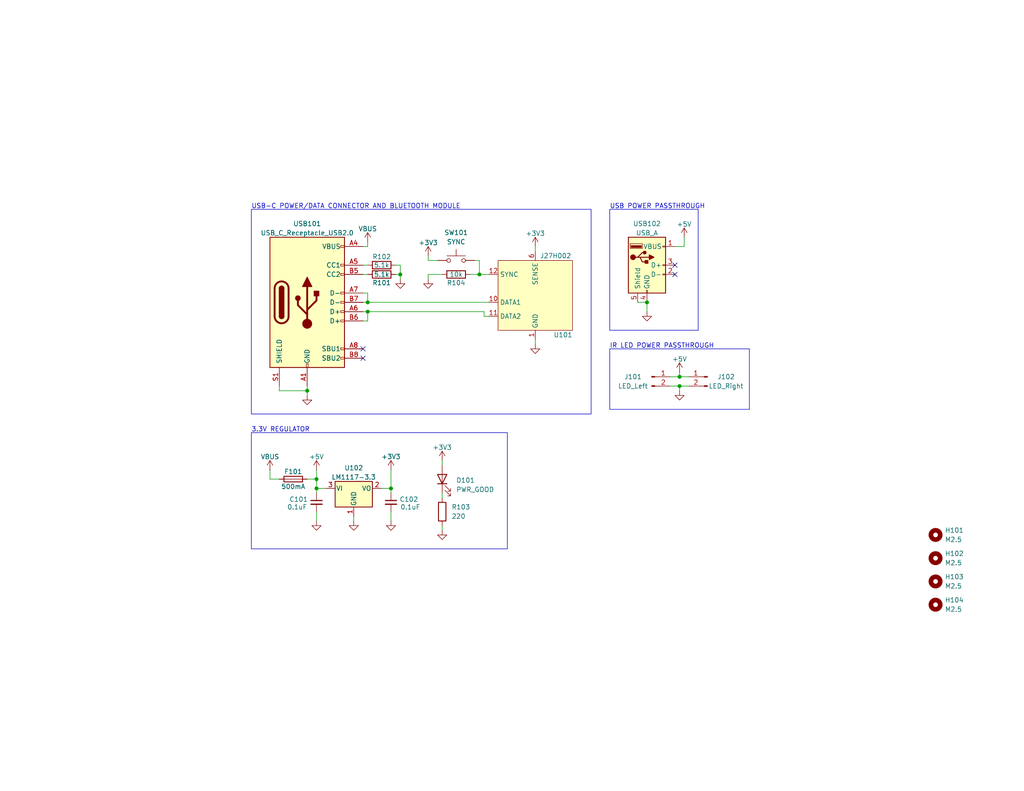
<source format=kicad_sch>
(kicad_sch (version 20231120) (generator "eeschema") (generator_version "8.0")
  (paper "USLetter")
  (title_block (title "Wiimote-USB-Adapter") (date "2024-09-01") (rev "02A") (company "Embedded Shark, LLC") (comment 1 "Ben Owen"))
  (lib_symbols
    (symbol "Connector:Conn_01x02_Male" (pin_names (offset 1.016) hide)
      (property "Reference" "J" (at 0 2.54 0))
      (property "Value" "Conn_01x02_Male" (at 0 -5.08 0))
      (symbol "Conn_01x02_Male_1_1"
        (polyline (pts (xy 1.27 -2.54) (xy 0.8636 -2.54)) (stroke (width 0.1524)))
        (polyline (pts (xy 1.27 0) (xy 0.8636 0)) (stroke (width 0.1524)))
        (rectangle (start 0.8636 -2.413) (end 0 -2.667) (stroke (width 0.1524)) (fill (type outline)))
        (rectangle (start 0.8636 0.127) (end 0 -0.127) (stroke (width 0.1524)) (fill (type outline)))
        (pin passive line (at 5.08 0 180) (length 3.81) (name "Pin_1") (number "1"))
        (pin passive line (at 5.08 -2.54 180) (length 3.81) (name "Pin_2") (number "2"))
      )
    )
    (symbol "Connector:USB_A" (pin_names (offset 1.016))
      (property "Reference" "J" (at -5.08 11.43 0))
      (property "Value" "USB_A" (at -5.08 8.89 0))
      (symbol "USB_A_0_1"
        (rectangle (start -5.08 -7.62) (end 5.08 7.62) (stroke (width 0.254)) (fill (type background)))
        (circle (center -3.81 2.159) (radius 0.635) (stroke (width 0.254)) (fill (type outline)))
        (rectangle (start -1.524 4.826) (end -4.318 5.334) (fill (type outline)))
        (rectangle (start -1.27 4.572) (end -4.572 5.842))
        (circle (center -0.635 3.429) (radius 0.381) (stroke (width 0.254)) (fill (type outline)))
        (rectangle (start -0.127 -7.62) (end 0.127 -6.858))
        (polyline (pts (xy -3.175 2.159) (xy -2.54 2.159) (xy -1.27 3.429) (xy -0.635 3.429)) (stroke (width 0.254)))
        (polyline (pts (xy -2.54 2.159) (xy -1.905 2.159) (xy -1.27 0.889) (xy 0 0.889)) (stroke (width 0.254)))
        (polyline (pts (xy 0.635 2.794) (xy 0.635 1.524) (xy 1.905 2.159) (xy 0.635 2.794)) (stroke (width 0.254)) (fill (type outline)))
        (rectangle (start 0.254 1.27) (end -0.508 0.508) (stroke (width 0.254)) (fill (type outline)))
        (rectangle (start 5.08 -2.667) (end 4.318 -2.413))
        (rectangle (start 5.08 -0.127) (end 4.318 0.127))
        (rectangle (start 5.08 4.953) (end 4.318 5.207))
      )
      (symbol "USB_A_1_1"
        (polyline (pts (xy -1.905 2.159) (xy 0.635 2.159)) (stroke (width 0.254)))
        (pin power_in line (at 7.62 5.08 180) (length 2.54) (name "VBUS") (number "1"))
        (pin bidirectional line (at 7.62 -2.54 180) (length 2.54) (name "D-") (number "2"))
        (pin bidirectional line (at 7.62 0 180) (length 2.54) (name "D+") (number "3"))
        (pin power_in line (at 0 -10.16 90) (length 2.54) (name "GND") (number "4"))
        (pin passive line (at -2.54 -10.16 90) (length 2.54) (name "Shield") (number "5"))
      )
    )
    (symbol "Connector:USB_C_Receptacle_USB2.0" (pin_names (offset 1.016))
      (property "Reference" "J" (at -10.16 19.05 0))
      (property "Value" "USB_C_Receptacle_USB2.0" (at 19.05 19.05 0))
      (symbol "USB_C_Receptacle_USB2.0_0_0"
        (rectangle (start -0.254 -17.78) (end 0.254 -16.764))
        (rectangle (start 10.16 -14.986) (end 9.144 -15.494))
        (rectangle (start 10.16 -12.446) (end 9.144 -12.954))
        (rectangle (start 10.16 -4.826) (end 9.144 -5.334))
        (rectangle (start 10.16 -2.286) (end 9.144 -2.794))
        (rectangle (start 10.16 0.254) (end 9.144 -0.254))
        (rectangle (start 10.16 2.794) (end 9.144 2.286))
        (rectangle (start 10.16 7.874) (end 9.144 7.366))
        (rectangle (start 10.16 10.414) (end 9.144 9.906))
        (rectangle (start 10.16 15.494) (end 9.144 14.986))
      )
      (symbol "USB_C_Receptacle_USB2.0_0_1"
        (rectangle (start -10.16 17.78) (end 10.16 -17.78) (stroke (width 0.254)) (fill (type background)))
        (arc (start -8.89 -3.81) (mid -6.985 -5.7066) (end -5.08 -3.81) (stroke (width 0.508)))
        (arc (start -7.62 -3.81) (mid -6.985 -4.4422) (end -6.35 -3.81) (stroke (width 0.254)))
        (arc (start -7.62 -3.81) (mid -6.985 -4.4422) (end -6.35 -3.81) (stroke (width 0.254)) (fill (type outline)))
        (rectangle (start -7.62 -3.81) (end -6.35 3.81) (stroke (width 0.254)) (fill (type outline)))
        (arc (start -6.35 3.81) (mid -6.985 4.4422) (end -7.62 3.81) (stroke (width 0.254)))
        (arc (start -6.35 3.81) (mid -6.985 4.4422) (end -7.62 3.81) (stroke (width 0.254)) (fill (type outline)))
        (arc (start -5.08 3.81) (mid -6.985 5.7066) (end -8.89 3.81) (stroke (width 0.508)))
        (circle (center -2.54 1.143) (radius 0.635) (stroke (width 0.254)) (fill (type outline)))
        (circle (center 0 -5.842) (radius 1.27) (fill (type outline)))
        (polyline (pts (xy -8.89 -3.81) (xy -8.89 3.81)) (stroke (width 0.508)))
        (polyline (pts (xy -5.08 3.81) (xy -5.08 -3.81)) (stroke (width 0.508)))
        (polyline (pts (xy 0 -5.842) (xy 0 4.318)) (stroke (width 0.508)))
        (polyline (pts (xy 0 -3.302) (xy -2.54 -0.762) (xy -2.54 0.508)) (stroke (width 0.508)))
        (polyline (pts (xy 0 -2.032) (xy 2.54 0.508) (xy 2.54 1.778)) (stroke (width 0.508)))
        (polyline (pts (xy -1.27 4.318) (xy 0 6.858) (xy 1.27 4.318) (xy -1.27 4.318)) (stroke (width 0.254)) (fill (type outline)))
        (rectangle (start 1.905 1.778) (end 3.175 3.048) (stroke (width 0.254)) (fill (type outline)))
      )
      (symbol "USB_C_Receptacle_USB2.0_1_1"
        (pin passive line (at 0 -22.86 90) (length 5.08) (name "GND") (number "A1"))
        (pin passive line (at 0 -22.86 90) (length 5.08) hide (name "GND") (number "A12"))
        (pin passive line (at 15.24 15.24 180) (length 5.08) (name "VBUS") (number "A4"))
        (pin bidirectional line (at 15.24 10.16 180) (length 5.08) (name "CC1") (number "A5"))
        (pin bidirectional line (at 15.24 -2.54 180) (length 5.08) (name "D+") (number "A6"))
        (pin bidirectional line (at 15.24 2.54 180) (length 5.08) (name "D-") (number "A7"))
        (pin bidirectional line (at 15.24 -12.7 180) (length 5.08) (name "SBU1") (number "A8"))
        (pin passive line (at 15.24 15.24 180) (length 5.08) hide (name "VBUS") (number "A9"))
        (pin passive line (at 0 -22.86 90) (length 5.08) hide (name "GND") (number "B1"))
        (pin passive line (at 0 -22.86 90) (length 5.08) hide (name "GND") (number "B12"))
        (pin passive line (at 15.24 15.24 180) (length 5.08) hide (name "VBUS") (number "B4"))
        (pin bidirectional line (at 15.24 7.62 180) (length 5.08) (name "CC2") (number "B5"))
        (pin bidirectional line (at 15.24 -5.08 180) (length 5.08) (name "D+") (number "B6"))
        (pin bidirectional line (at 15.24 0 180) (length 5.08) (name "D-") (number "B7"))
        (pin bidirectional line (at 15.24 -15.24 180) (length 5.08) (name "SBU2") (number "B8"))
        (pin passive line (at 15.24 15.24 180) (length 5.08) hide (name "VBUS") (number "B9"))
        (pin passive line (at -7.62 -22.86 90) (length 5.08) (name "SHIELD") (number "S1"))
      )
    )
    (symbol "Device:C_Small" (pin_numbers hide) (pin_names (offset 0.254) hide)
      (property "Reference" "C" (at 0.254 1.778 0))
      (property "Value" "C_Small" (at 0.254 -2.032 0))
      (symbol "C_Small_0_1"
        (polyline (pts (xy -1.524 -0.508) (xy 1.524 -0.508)) (stroke (width 0.3302)))
        (polyline (pts (xy -1.524 0.508) (xy 1.524 0.508)) (stroke (width 0.3048)))
      )
      (symbol "C_Small_1_1"
        (pin passive line (at 0 2.54 270) (length 2.032) (name "~") (number "1"))
        (pin passive line (at 0 -2.54 90) (length 2.032) (name "~") (number "2"))
      )
    )
    (symbol "Device:Fuse" (pin_numbers hide) (pin_names (offset 0))
      (property "Reference" "F" (at 2.032 0 90))
      (property "Value" "Fuse" (at -1.905 0 90))
      (symbol "Fuse_0_1"
        (rectangle (start -0.762 -2.54) (end 0.762 2.54) (stroke (width 0.254)))
        (polyline (pts (xy 0 2.54) (xy 0 -2.54)))
      )
      (symbol "Fuse_1_1"
        (pin passive line (at 0 3.81 270) (length 1.27) (name "~") (number "1"))
        (pin passive line (at 0 -3.81 90) (length 1.27) (name "~") (number "2"))
      )
    )
    (symbol "Device:LED" (pin_numbers hide) (pin_names (offset 1.016) hide)
      (property "Reference" "D" (at 0 2.54 0))
      (property "Value" "LED" (at 0 -2.54 0))
      (symbol "LED_0_1"
        (polyline (pts (xy -1.27 -1.27) (xy -1.27 1.27)) (stroke (width 0.254)))
        (polyline (pts (xy -1.27 0) (xy 1.27 0)))
        (polyline (pts (xy 1.27 -1.27) (xy 1.27 1.27) (xy -1.27 0) (xy 1.27 -1.27)) (stroke (width 0.254)))
        (polyline (pts (xy -3.048 -0.762) (xy -4.572 -2.286) (xy -3.81 -2.286) (xy -4.572 -2.286) (xy -4.572 -1.524)))
        (polyline (pts (xy -1.778 -0.762) (xy -3.302 -2.286) (xy -2.54 -2.286) (xy -3.302 -2.286) (xy -3.302 -1.524)))
      )
      (symbol "LED_1_1"
        (pin passive line (at -3.81 0 0) (length 2.54) (name "K") (number "1"))
        (pin passive line (at 3.81 0 180) (length 2.54) (name "A") (number "2"))
      )
    )
    (symbol "Device:R" (pin_numbers hide) (pin_names (offset 0))
      (property "Reference" "R" (at 2.032 0 90))
      (property "Value" "R" (at 0 0 90))
      (symbol "R_0_1"
        (rectangle (start -1.016 -2.54) (end 1.016 2.54) (stroke (width 0.254)))
      )
      (symbol "R_1_1"
        (pin passive line (at 0 3.81 270) (length 1.27) (name "~") (number "1"))
        (pin passive line (at 0 -3.81 90) (length 1.27) (name "~") (number "2"))
      )
    )
    (symbol "Foxconn:J27H002"
      (property "Reference" "U" (at 10.16 -10.16 0))
      (property "Value" "J27H002" (at 6.35 11.43 0))
      (symbol "J27H002_0_1"
        (rectangle (start -10.16 10.16) (end 10.16 -8.89) (stroke (width 0.1524)) (fill (type background)))
      )
      (symbol "J27H002_1_1"
        (pin power_in line (at 0 -11.43 90) (length 2.54) (name "GND") (number "1"))
        (pin bidirectional line (at -12.7 -1.27 0) (length 2.54) (name "DATA1") (number "10"))
        (pin bidirectional line (at -12.7 -5.08 0) (length 2.54) (name "DATA2") (number "11"))
        (pin input line (at -12.7 6.35 0) (length 2.54) (name "SYNC") (number "12"))
        (pin power_in line (at 0 12.7 270) (length 2.54) hide (name "SENSE") (number "13"))
        (pin no_connect line (at 12.7 -2.54 180) (length 2.54) hide (name "") (number "14"))
        (pin no_connect line (at 12.7 -5.08 180) (length 2.54) hide (name "") (number "15"))
        (pin power_in line (at 0 -11.43 90) (length 2.54) hide (name "GND") (number "16"))
        (pin no_connect line (at 12.7 7.62 180) (length 2.54) hide (name "") (number "2"))
        (pin no_connect line (at 12.7 5.08 180) (length 2.54) hide (name "") (number "3"))
        (pin no_connect line (at 12.7 2.54 180) (length 2.54) hide (name "") (number "4"))
        (pin no_connect line (at 12.7 0 180) (length 2.54) hide (name "") (number "5"))
        (pin power_in line (at 0 12.7 270) (length 2.54) (name "SENSE") (number "6"))
        (pin power_in line (at 0 12.7 270) (length 2.54) hide (name "SENSE") (number "7"))
        (pin power_in line (at 0 -11.43 90) (length 2.54) hide (name "GND") (number "8"))
        (pin power_in line (at 0 -11.43 90) (length 2.54) hide (name "GND") (number "9"))
      )
    )
    (symbol "Mechanical:MountingHole" (pin_names (offset 1.016)) (exclude_from_sim yes) (in_bom no)
      (property "Reference" "H" (at 0 5.08 0))
      (property "Value" "MountingHole" (at 0 3.175 0))
      (symbol "MountingHole_0_1"
        (circle (center 0 0) (radius 1.27) (stroke (width 1.27)))
      )
    )
    (symbol "Regulator_Linear:LM1117-3.3" (pin_names (offset 0.254))
      (property "Reference" "U" (at -3.81 3.175 0))
      (property "Value" "LM1117-3.3" (at 0 3.175 0))
      (symbol "LM1117-3.3_0_1"
        (rectangle (start -5.08 -5.08) (end 5.08 1.905) (stroke (width 0.254)) (fill (type background)))
      )
      (symbol "LM1117-3.3_1_1"
        (pin power_in line (at 0 -7.62 90) (length 2.54) (name "GND") (number "1"))
        (pin power_out line (at 7.62 0 180) (length 2.54) (name "VO") (number "2"))
        (pin power_in line (at -7.62 0 0) (length 2.54) (name "VI") (number "3"))
      )
    )
    (symbol "Switch:SW_Push" (pin_numbers hide) (pin_names (offset 1.016) hide)
      (property "Reference" "SW" (at 1.27 2.54 0))
      (property "Value" "SW_Push" (at 0 -1.524 0))
      (symbol "SW_Push_0_1"
        (circle (center -2.032 0) (radius 0.508))
        (polyline (pts (xy 0 1.27) (xy 0 3.048)))
        (polyline (pts (xy 2.54 1.27) (xy -2.54 1.27)))
        (circle (center 2.032 0) (radius 0.508))
        (pin passive line (at -5.08 0 0) (length 2.54) (name "1") (number "1"))
        (pin passive line (at 5.08 0 180) (length 2.54) (name "2") (number "2"))
      )
    )
    (symbol "power:+3V3" (power) (pin_names (offset 0))
      (property "Value" "+3V3" (at 0 3.556 0))
      (symbol "+3V3_0_1"
        (polyline (pts (xy -0.762 1.27) (xy 0 2.54)))
        (polyline (pts (xy 0 0) (xy 0 2.54)))
        (polyline (pts (xy 0 2.54) (xy 0.762 1.27)))
      )
      (symbol "+3V3_1_1"
        (pin power_in line (at 0 0 90) (length 0) hide (name "+3V3") (number "1"))
      )
    )
    (symbol "power:+5V" (power) (pin_numbers hide) (pin_names (offset 0) hide)
      (property "Value" "+5V" (at 0 3.556 0))
      (symbol "+5V_0_1"
        (polyline (pts (xy -0.762 1.27) (xy 0 2.54)))
        (polyline (pts (xy 0 0) (xy 0 2.54)))
        (polyline (pts (xy 0 2.54) (xy 0.762 1.27)))
      )
      (symbol "+5V_1_1"
        (pin power_in line (at 0 0 90) (length 0) (name "~") (number "1"))
      )
    )
    (symbol "power:GND" (power) (pin_names (offset 0))
      (property "Value" "GND" (at 0 -3.81 0))
      (symbol "GND_0_1"
        (polyline (pts (xy 0 0) (xy 0 -1.27) (xy 1.27 -1.27) (xy 0 -2.54) (xy -1.27 -1.27) (xy 0 -1.27)))
      )
      (symbol "GND_1_1"
        (pin power_in line (at 0 0 270) (length 0) hide (name "GND") (number "1"))
      )
    )
    (symbol "power:VBUS" (power) (pin_numbers hide) (pin_names (offset 0) hide)
      (property "Value" "VBUS" (at 0 3.556 0))
      (symbol "VBUS_0_1"
        (polyline (pts (xy -0.762 1.27) (xy 0 2.54)))
        (polyline (pts (xy 0 0) (xy 0 2.54)))
        (polyline (pts (xy 0 2.54) (xy 0.762 1.27)))
      )
      (symbol "VBUS_1_1"
        (pin power_in line (at 0 0 90) (length 0) (name "~") (number "1"))
      )
    )
  )
  (junction (at 86.36 130.81))
  (junction (at 185.42 102.87))
  (junction (at 109.22 74.93))
  (junction (at 106.68 133.35))
  (junction (at 176.53 82.55))
  (junction (at 130.81 74.93))
  (junction (at 100.33 85.09))
  (junction (at 83.82 106.68))
  (junction (at 185.42 105.41))
  (junction (at 100.33 82.55))
  (junction (at 86.36 133.35))
  (no_connect (at 99.06 97.79))
  (no_connect (at 99.06 95.25))
  (no_connect (at 184.15 72.39))
  (no_connect (at 184.15 74.93))
  (wire (pts (xy 116.84 69.85) (xy 116.84 71.12)))
  (wire (pts (xy 99.06 74.93) (xy 100.33 74.93)))
  (wire (pts (xy 100.33 67.31) (xy 99.06 67.31)))
  (wire (pts (xy 86.36 134.62) (xy 86.36 133.35)))
  (wire (pts (xy 176.53 82.55) (xy 176.53 85.09)))
  (wire (pts (xy 120.65 143.51) (xy 120.65 144.78)))
  (wire (pts (xy 83.82 130.81) (xy 86.36 130.81)))
  (wire (pts (xy 120.65 134.62) (xy 120.65 135.89)))
  (wire (pts (xy 120.65 125.73) (xy 120.65 127)))
  (wire (pts (xy 76.2 106.68) (xy 83.82 106.68)))
  (wire (pts (xy 132.08 85.09) (xy 132.08 86.36)))
  (wire (pts (xy 99.06 87.63) (xy 100.33 87.63)))
  (wire (pts (xy 100.33 85.09) (xy 100.33 87.63)))
  (wire (pts (xy 100.33 66.04) (xy 100.33 67.31)))
  (wire (pts (xy 106.68 128.27) (xy 106.68 133.35)))
  (wire (pts (xy 173.99 82.55) (xy 176.53 82.55)))
  (wire (pts (xy 132.08 86.36) (xy 133.35 86.36)))
  (wire (pts (xy 100.33 82.55) (xy 133.35 82.55)))
  (wire (pts (xy 116.84 74.93) (xy 120.65 74.93)))
  (wire (pts (xy 83.82 106.68) (xy 83.82 105.41)))
  (wire (pts (xy 185.42 105.41) (xy 185.42 106.68)))
  (wire (pts (xy 185.42 101.6) (xy 185.42 102.87)))
  (wire (pts (xy 129.54 71.12) (xy 130.81 71.12)))
  (wire (pts (xy 99.06 82.55) (xy 100.33 82.55)))
  (wire (pts (xy 185.42 105.41) (xy 187.96 105.41)))
  (wire (pts (xy 99.06 80.01) (xy 100.33 80.01)))
  (wire (pts (xy 76.2 106.68) (xy 76.2 105.41)))
  (wire (pts (xy 100.33 82.55) (xy 100.33 80.01)))
  (wire (pts (xy 109.22 76.2) (xy 109.22 74.93)))
  (wire (pts (xy 73.66 130.81) (xy 76.2 130.81)))
  (wire (pts (xy 146.05 93.98) (xy 146.05 92.71)))
  (wire (pts (xy 116.84 71.12) (xy 119.38 71.12)))
  (wire (pts (xy 86.36 142.24) (xy 86.36 139.7)))
  (wire (pts (xy 182.88 102.87) (xy 185.42 102.87)))
  (wire (pts (xy 73.66 128.27) (xy 73.66 130.81)))
  (wire (pts (xy 182.88 105.41) (xy 185.42 105.41)))
  (wire (pts (xy 130.81 74.93) (xy 133.35 74.93)))
  (wire (pts (xy 185.42 102.87) (xy 187.96 102.87)))
  (wire (pts (xy 106.68 142.24) (xy 106.68 139.7)))
  (wire (pts (xy 100.33 85.09) (xy 132.08 85.09)))
  (wire (pts (xy 86.36 133.35) (xy 88.9 133.35)))
  (wire (pts (xy 86.36 130.81) (xy 86.36 133.35)))
  (wire (pts (xy 86.36 128.27) (xy 86.36 130.81)))
  (wire (pts (xy 107.95 72.39) (xy 109.22 72.39)))
  (wire (pts (xy 107.95 74.93) (xy 109.22 74.93)))
  (wire (pts (xy 146.05 67.31) (xy 146.05 68.58)))
  (wire (pts (xy 106.68 134.62) (xy 106.68 133.35)))
  (wire (pts (xy 100.33 85.09) (xy 99.06 85.09)))
  (wire (pts (xy 128.27 74.93) (xy 130.81 74.93)))
  (wire (pts (xy 99.06 72.39) (xy 100.33 72.39)))
  (wire (pts (xy 186.69 67.31) (xy 184.15 67.31)))
  (wire (pts (xy 83.82 107.95) (xy 83.82 106.68)))
  (wire (pts (xy 109.22 72.39) (xy 109.22 74.93)))
  (wire (pts (xy 96.52 142.24) (xy 96.52 140.97)))
  (wire (pts (xy 186.69 64.77) (xy 186.69 67.31)))
  (wire (pts (xy 116.84 76.2) (xy 116.84 74.93)))
  (wire (pts (xy 130.81 74.93) (xy 130.81 71.12)))
  (wire (pts (xy 106.68 133.35) (xy 104.14 133.35)))
  (rectangle (start 68.58 118.11) (end 138.43 149.86))
  (rectangle (start 166.37 95.25) (end 204.47 111.76))
  (rectangle (start 166.37 57.15) (end 190.5 90.17))
  (rectangle (start 68.58 57.15) (end 161.29 113.03))
  (text "USB POWER PASSTHROUGH" (at 166.37 57.15 0) (effects (font (size 1.27 1.27)) (justify left bottom)))
  (text "3.3V REGULATOR" (at 68.58 118.11 0) (effects (font (size 1.27 1.27)) (justify left bottom)))
  (text "USB-C POWER/DATA CONNECTOR AND BLUETOOTH MODULE" (at 68.58 57.15 0) (effects (font (size 1.27 1.27)) (justify left bottom)))
  (text "IR LED POWER PASSTHROUGH" (at 166.37 95.25 0) (effects (font (size 1.27 1.27)) (justify left bottom)))
  (symbol (lib_id "power:GND") (at 146.05 93.98 0) (unit 1)
    (property "Reference" "#PWR0114" (effects (hide yes)))
    (property "Value" "GND" (effects (hide yes)))
  )
  (symbol (lib_id "power:GND") (at 106.68 142.24 0) (unit 1)
    (property "Reference" "#PWR0106" (effects (hide yes)))
    (property "Value" "GND" (effects (hide yes)))
  )
  (symbol (lib_id "power:GND") (at 116.84 76.2 0) (unit 1)
    (property "Reference" "#PWR0117" (effects (hide yes)))
    (property "Value" "GND" (effects (hide yes)))
  )
  (symbol (lib_id "Device:C_Small") (at 86.36 137.16 0) (mirror y) (unit 1)
    (property "Reference" "C101" (at 84.0359 136.3316 0) (effects (justify left)))
    (property "Value" "0.1uF" (at 83.82 138.43 0) (effects (justify left)))
    (property "Footprint" "Capacitor_SMD:C_0805_2012Metric_Pad1.18x1.45mm_HandSolder" (effects (hide yes)))
  )
  (symbol (lib_id "power:+3V3") (at 116.84 69.85 0) (unit 1)
    (property "Reference" "#PWR0112" (effects (hide yes)))
    (property "Value" "+3V3" (at 116.84 66.2742 0))
  )
  (symbol (lib_id "power:GND") (at 86.36 142.24 0) (unit 1)
    (property "Reference" "#PWR0105" (effects (hide yes)))
    (property "Value" "GND" (effects (hide yes)))
  )
  (symbol (lib_id "power:+3V3") (at 120.65 125.73 0) (unit 1)
    (property "Reference" "#PWR0120" (effects (hide yes)))
    (property "Value" "+3V3" (at 120.65 122.1542 0))
  )
  (symbol (lib_id "power:+5V") (at 186.69 64.77 0) (unit 1)
    (property "Reference" "#PWR0119" (effects (hide yes)))
    (property "Value" "+5V" (at 186.69 61.214 0))
    (property "Description" "Power symbol creates a global label with name \"+5V\"" (effects (hide yes)))
  )
  (symbol (lib_id "Device:LED") (at 120.65 130.81 90) (unit 1)
    (property "Reference" "D101" (at 124.46 131.1274 90) (effects (justify right)))
    (property "Value" "PWR_GOOD" (at 124.46 133.6674 90) (effects (justify right)))
    (property "Footprint" "LED_THT:LED_D3.0mm" (effects (hide yes)))
    (property "Description" "Light emitting diode" (effects (hide yes)))
  )
  (symbol (lib_id "Mechanical:MountingHole") (at 255.27 158.75 0) (unit 1) (exclude_from_sim yes) (in_bom no)
    (property "Reference" "H103" (at 257.81 157.4799 0) (effects (justify left)))
    (property "Value" "M2.5" (at 257.81 160.0199 0) (effects (justify left)))
    (property "Footprint" "MountingHole:MountingHole_2.7mm_M2.5" (effects (hide yes)))
    (property "Description" "Mounting Hole without connection" (effects (hide yes)))
  )
  (symbol (lib_id "Connector:USB_C_Receptacle_USB2.0") (at 83.82 82.55 0) (unit 1)
    (property "Reference" "USB101" (at 83.82 61.0702 0))
    (property "Value" "USB_C_Receptacle_USB2.0" (at 83.82 63.6071 0))
    (property "Footprint" "Amphenol:GSB1C211110DS1HR" (effects (hide yes)))
    (property "Datasheet" "https://www.usb.org/sites/default/files/documents/usb_type-c.zip" (effects (hide yes)))
    (property "PN" "12402012E212A" (effects (hide yes)))
  )
  (symbol (lib_id "Mechanical:MountingHole") (at 255.27 152.4 0) (unit 1) (exclude_from_sim yes) (in_bom no)
    (property "Reference" "H102" (at 257.81 151.1299 0) (effects (justify left)))
    (property "Value" "M2.5" (at 257.81 153.6699 0) (effects (justify left)))
    (property "Footprint" "MountingHole:MountingHole_2.7mm_M2.5" (effects (hide yes)))
    (property "Description" "Mounting Hole without connection" (effects (hide yes)))
  )
  (symbol (lib_id "power:+5V") (at 185.42 101.6 0) (unit 1)
    (property "Reference" "#PWR0103" (effects (hide yes)))
    (property "Value" "+5V" (at 185.42 98.044 0))
    (property "Description" "Power symbol creates a global label with name \"+5V\"" (effects (hide yes)))
  )
  (symbol (lib_id "Regulator_Linear:LM1117-3.3") (at 96.52 133.35 0) (unit 1)
    (property "Reference" "U102" (at 96.52 127.7452 0))
    (property "Value" "LM1117-3.3" (at 96.52 130.2821 0))
    (property "Footprint" "Package_TO_SOT_SMD:SOT-223-3_TabPin2" (effects (hide yes)))
    (property "Datasheet" "http://www.ti.com/lit/ds/symlink/lm1117.pdf" (effects (hide yes)))
  )
  (symbol (lib_id "power:GND") (at 109.22 76.2 0) (unit 1)
    (property "Reference" "#PWR0116" (effects (hide yes)))
    (property "Value" "GND" (effects (hide yes)))
  )
  (symbol (lib_id "Device:Fuse") (at 80.01 130.81 90) (unit 1)
    (property "Reference" "F101" (at 80.01 128.778 90))
    (property "Value" "500mA" (at 80.01 132.842 90))
    (property "Footprint" "Fuse:Fuse_1206_3216Metric_Pad1.42x1.75mm_HandSolder" (effects (hide yes)))
    (property "Description" "Fuse" (effects (hide yes)))
  )
  (symbol (lib_id "Device:R") (at 124.46 74.93 270) (unit 1)
    (property "Reference" "R104" (at 124.46 77.216 90))
    (property "Value" "10k" (at 124.46 74.93 90))
    (property "Footprint" "Resistor_SMD:R_0805_2012Metric_Pad1.20x1.40mm_HandSolder" (effects (hide yes)))
    (property "Description" "Resistor" (effects (hide yes)))
  )
  (symbol (lib_id "Connector:Conn_01x02_Male") (at 177.8 102.87 0) (unit 1)
    (property "Reference" "J101" (at 172.72 102.87 0))
    (property "Value" "LED_Left" (at 172.72 105.4069 0))
    (property "Footprint" "Connector_PinHeader_2.54mm:PinHeader_1x02_P2.54mm_Vertical" (effects (hide yes)))
  )
  (symbol (lib_id "power:GND") (at 176.53 85.09 0) (unit 1)
    (property "Reference" "#PWR0111" (effects (hide yes)))
    (property "Value" "GND" (effects (hide yes)))
  )
  (symbol (lib_id "power:+3V3") (at 106.68 128.27 0) (unit 1)
    (property "Reference" "#PWR0107" (effects (hide yes)))
    (property "Value" "+3V3" (at 106.68 124.6942 0))
  )
  (symbol (lib_id "power:GND") (at 96.52 142.24 0) (unit 1)
    (property "Reference" "#PWR0104" (effects (hide yes)))
    (property "Value" "GND" (effects (hide yes)))
  )
  (symbol (lib_id "Device:R") (at 104.14 72.39 90) (unit 1)
    (property "Reference" "R102" (at 104.14 70.104 90))
    (property "Value" "5.1k" (at 104.14 72.39 90))
    (property "Footprint" "Resistor_SMD:R_0805_2012Metric_Pad1.20x1.40mm_HandSolder" (effects (hide yes)))
    (property "Description" "Resistor" (effects (hide yes)))
  )
  (symbol (lib_id "Mechanical:MountingHole") (at 255.27 165.1 0) (unit 1) (exclude_from_sim yes) (in_bom no)
    (property "Reference" "H104" (at 257.81 163.8299 0) (effects (justify left)))
    (property "Value" "M2.5" (at 257.81 166.3699 0) (effects (justify left)))
    (property "Footprint" "MountingHole:MountingHole_2.7mm_M2.5" (effects (hide yes)))
    (property "Description" "Mounting Hole without connection" (effects (hide yes)))
  )
  (symbol (lib_id "Device:R") (at 104.14 74.93 270) (unit 1)
    (property "Reference" "R101" (at 104.14 77.216 90))
    (property "Value" "5.1k" (at 104.14 74.93 90))
    (property "Footprint" "Resistor_SMD:R_0805_2012Metric_Pad1.20x1.40mm_HandSolder" (effects (hide yes)))
    (property "Description" "Resistor" (effects (hide yes)))
  )
  (symbol (lib_id "power:VBUS") (at 100.33 66.04 0) (unit 1)
    (property "Reference" "#PWR0118" (effects (hide yes)))
    (property "Value" "VBUS" (at 100.33 62.484 0))
    (property "Description" "Power symbol creates a global label with name \"VBUS\"" (effects (hide yes)))
  )
  (symbol (lib_id "Mechanical:MountingHole") (at 255.27 146.05 0) (unit 1) (exclude_from_sim yes) (in_bom no)
    (property "Reference" "H101" (at 257.81 144.7799 0) (effects (justify left)))
    (property "Value" "M2.5" (at 257.81 147.3199 0) (effects (justify left)))
    (property "Footprint" "MountingHole:MountingHole_2.7mm_M2.5" (effects (hide yes)))
    (property "Description" "Mounting Hole without connection" (effects (hide yes)))
  )
  (symbol (lib_id "power:VBUS") (at 73.66 128.27 0) (unit 1)
    (property "Reference" "#PWR0113" (effects (hide yes)))
    (property "Value" "VBUS" (at 73.66 124.714 0))
    (property "Description" "Power symbol creates a global label with name \"VBUS\"" (effects (hide yes)))
  )
  (symbol (lib_id "power:GND") (at 83.82 107.95 0) (unit 1)
    (property "Reference" "#PWR0102" (effects (hide yes)))
    (property "Value" "GND" (effects (hide yes)))
  )
  (symbol (lib_id "Switch:SW_Push") (at 124.46 71.12 0) (unit 1)
    (property "Reference" "SW101" (at 124.46 63.5 0))
    (property "Value" "SYNC" (at 124.46 66.04 0))
    (property "Footprint" "Button_Switch_SMD:SW_SPST_PTS645" (effects (hide yes)))
    (property "Datasheet" "https://www.ckswitches.com/media/1471/pts645.pdf" (effects (hide yes)))
    (property "PN" "PTS645SL43SMTR92 LFS" (effects (hide yes)))
  )
  (symbol (lib_id "power:+5V") (at 86.36 128.27 0) (unit 1)
    (property "Reference" "#PWR0109" (effects (hide yes)))
    (property "Value" "+5V" (at 86.36 124.714 0))
    (property "Description" "Power symbol creates a global label with name \"+5V\"" (effects (hide yes)))
  )
  (symbol (lib_id "power:GND") (at 120.65 144.78 0) (unit 1)
    (property "Reference" "#PWR0108" (effects (hide yes)))
    (property "Value" "GND" (effects (hide yes)))
  )
  (symbol (lib_id "Connector:USB_A") (at 176.53 72.39 0) (unit 1)
    (property "Reference" "USB102" (at 176.53 61.0702 0))
    (property "Value" "USB_A" (at 176.53 63.6071 0))
    (property "Footprint" "Connector_USB:USB_A_Molex_67643_Horizontal" (effects (hide yes)))
    (property "Datasheet" "http://www.on-shore.com/wp-content/uploads/USB-A1HSXX.pdf" (effects (hide yes)))
    (property "PN" "USB-A1HSW6" (effects (hide yes)))
  )
  (symbol (lib_id "Connector:Conn_01x02_Male") (at 193.04 102.87 0) (mirror y) (unit 1)
    (property "Reference" "J102" (at 198.12 102.87 0))
    (property "Value" "LED_Right" (at 198.12 105.4069 0))
    (property "Footprint" "Connector_PinHeader_2.54mm:PinHeader_1x02_P2.54mm_Vertical" (effects (hide yes)))
  )
  (symbol (lib_id "Device:R") (at 120.65 139.7 0) (unit 1)
    (property "Reference" "R103" (at 123.19 138.4299 0) (effects (justify left)))
    (property "Value" "220" (at 123.19 140.9699 0) (effects (justify left)))
    (property "Footprint" "Resistor_SMD:R_0805_2012Metric_Pad1.20x1.40mm_HandSolder" (effects (hide yes)))
    (property "Description" "Resistor" (effects (hide yes)))
  )
  (symbol (lib_id "power:+3V3") (at 146.05 67.31 0) (unit 1)
    (property "Reference" "#PWR0115" (effects (hide yes)))
    (property "Value" "+3V3" (at 146.05 63.7342 0))
  )
  (symbol (lib_id "Device:C_Small") (at 106.68 137.16 0) (unit 1)
    (property "Reference" "C102" (at 109.0041 136.3316 0) (effects (justify left)))
    (property "Value" "0.1uF" (at 109.22 138.43 0) (effects (justify left)))
    (property "Footprint" "Capacitor_SMD:C_0805_2012Metric_Pad1.18x1.45mm_HandSolder" (effects (hide yes)))
  )
  (symbol (lib_id "power:GND") (at 185.42 106.68 0) (unit 1)
    (property "Reference" "#PWR0110" (effects (hide yes)))
    (property "Value" "GND" (effects (hide yes)))
  )
  (symbol (lib_id "Foxconn:J27H002") (at 146.05 81.28 0) (unit 1)
    (property "Reference" "U101" (at 156.21 91.44 0) (effects (justify right)))
    (property "Value" "J27H002" (at 147.32 69.85 0) (effects (justify left)))
    (property "Footprint" "Foxconn:J27H002" (effects (hide yes)))
    (property "Datasheet" "https://fccid.io/MCLJ27H002/User-Manual/Users-Manual-721663.pdf" (effects (hide yes)))
    (property "PN" "J27H002" (effects (hide yes)))
  )
)
</source>
